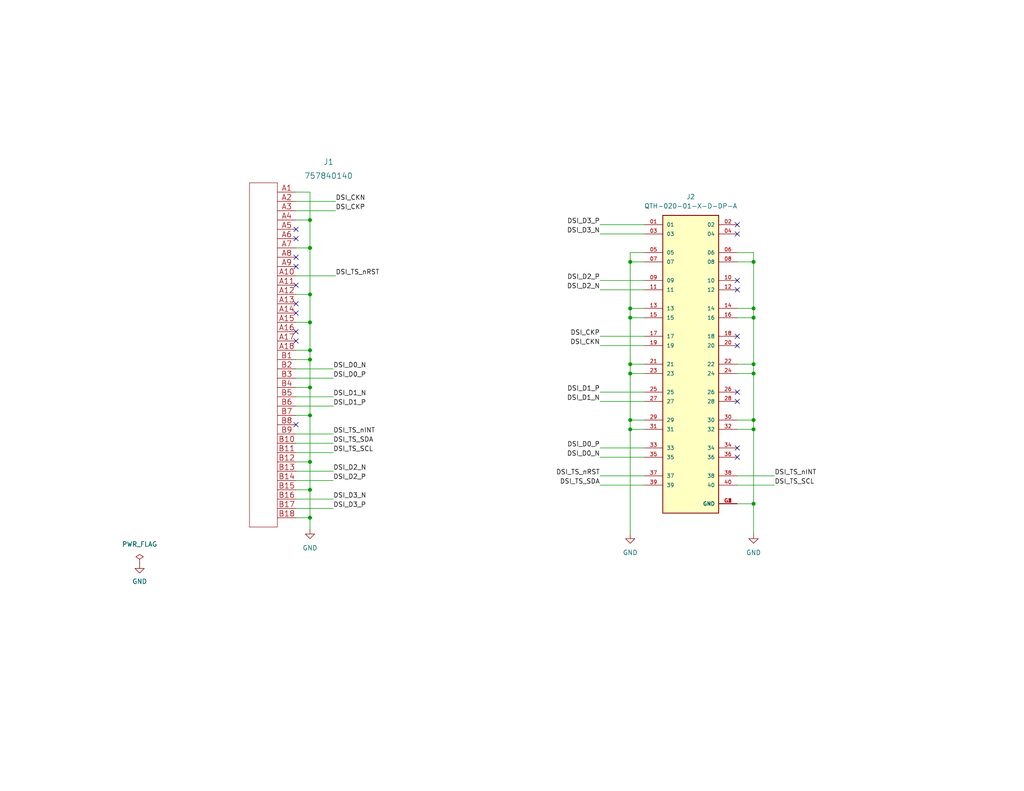
<source format=kicad_sch>
(kicad_sch (version 20211123) (generator eeschema)
  (paper "A")
  (lib_symbols
    (symbol "Molex_757840140:757840140" (pin_names (offset 0.254) hide)
      (property "Reference" "J1" (at -8.89 8.255 0))
      (property "Value" "757840140" (at -8.89 4.445 0))
      (symbol "757840140_1_1"
        (polyline (pts (xy 5.08 -91.44) (xy 12.7 -91.44)) (stroke (width 0.127)))
        (polyline (pts (xy 5.08 2.54) (xy 5.08 -91.44)) (stroke (width 0.127)))
        (polyline (pts (xy 12.7 -91.44) (xy 12.7 2.54)) (stroke (width 0.127)))
        (polyline (pts (xy 12.7 2.54) (xy 5.08 2.54)) (stroke (width 0.127)))
        (pin passive line (at 0 0 0) (length 5.08) (name "A1") (number "A1"))
        (pin passive line (at 0 -22.86 0) (length 5.08) (name "A10") (number "A10"))
        (pin passive line (at 0 -25.4 0) (length 5.08) (name "A11") (number "A11"))
        (pin passive line (at 0 -27.94 0) (length 5.08) (name "A12") (number "A12"))
        (pin passive line (at 0 -30.48 0) (length 5.08) (name "A13") (number "A13"))
        (pin passive line (at 0 -33.02 0) (length 5.08) (name "A14") (number "A14"))
        (pin passive line (at 0 -35.56 0) (length 5.08) (name "A15") (number "A15"))
        (pin passive line (at 0 -38.1 0) (length 5.08) (name "A16") (number "A16"))
        (pin passive line (at 0 -40.64 0) (length 5.08) (name "A17") (number "A17"))
        (pin passive line (at 0 -43.18 0) (length 5.08) (name "A18") (number "A18"))
        (pin passive line (at 0 -2.54 0) (length 5.08) (name "A2") (number "A2"))
        (pin passive line (at 0 -5.08 0) (length 5.08) (name "A3") (number "A3"))
        (pin passive line (at 0 -7.62 0) (length 5.08) (name "A4") (number "A4"))
        (pin passive line (at 0 -10.16 0) (length 5.08) (name "A5") (number "A5"))
        (pin passive line (at 0 -12.7 0) (length 5.08) (name "A6") (number "A6"))
        (pin passive line (at 0 -15.24 0) (length 5.08) (name "A7") (number "A7"))
        (pin passive line (at 0 -17.78 0) (length 5.08) (name "A8") (number "A8"))
        (pin passive line (at 0 -20.32 0) (length 5.08) (name "A9") (number "A9"))
        (pin passive line (at 0 -45.72 0) (length 5.08) (name "B1") (number "B1"))
        (pin passive line (at 0 -68.58 0) (length 5.08) (name "B10") (number "B10"))
        (pin passive line (at 0 -71.12 0) (length 5.08) (name "B11") (number "B11"))
        (pin passive line (at 0 -73.66 0) (length 5.08) (name "B12") (number "B12"))
        (pin passive line (at 0 -76.2 0) (length 5.08) (name "B13") (number "B13"))
        (pin passive line (at 0 -78.74 0) (length 5.08) (name "B14") (number "B14"))
        (pin passive line (at 0 -81.28 0) (length 5.08) (name "B15") (number "B15"))
        (pin passive line (at 0 -83.82 0) (length 5.08) (name "B16") (number "B16"))
        (pin passive line (at 0 -86.36 0) (length 5.08) (name "B17") (number "B17"))
        (pin passive line (at 0 -88.9 0) (length 5.08) (name "B18") (number "B18"))
        (pin passive line (at 0 -48.26 0) (length 5.08) (name "B2") (number "B2"))
        (pin passive line (at 0 -50.8 0) (length 5.08) (name "B3") (number "B3"))
        (pin passive line (at 0 -53.34 0) (length 5.08) (name "B4") (number "B4"))
        (pin passive line (at 0 -55.88 0) (length 5.08) (name "B5") (number "B5"))
        (pin passive line (at 0 -58.42 0) (length 5.08) (name "B6") (number "B6"))
        (pin passive line (at 0 -60.96 0) (length 5.08) (name "B7") (number "B7"))
        (pin passive line (at 0 -63.5 0) (length 5.08) (name "B8") (number "B8"))
        (pin passive line (at 0 -66.04 0) (length 5.08) (name "B9") (number "B9"))
      )
    )
    (symbol "QTH-020-01-X-D-DP-A:QTH-020-01-X-D-DP-A" (pin_names (offset 1.016))
      (property "Reference" "J" (at -7.62 41.402 0))
      (property "Value" "QTH-020-01-X-D-DP-A" (at -7.62 -41.402 0))
      (symbol "QTH-020-01-X-D-DP-A_0_0"
        (rectangle (start -7.62 -40.64) (end 7.62 40.64) (stroke (width 0.254)) (fill (type background)))
        (pin passive line (at -12.7 38.1 0) (length 5.08) (name "01") (number "01"))
        (pin passive line (at 12.7 38.1 180) (length 5.08) (name "02") (number "02"))
        (pin passive line (at -12.7 35.56 0) (length 5.08) (name "03") (number "03"))
        (pin passive line (at 12.7 35.56 180) (length 5.08) (name "04") (number "04"))
        (pin passive line (at -12.7 30.48 0) (length 5.08) (name "05") (number "05"))
        (pin passive line (at 12.7 30.48 180) (length 5.08) (name "06") (number "06"))
        (pin passive line (at -12.7 27.94 0) (length 5.08) (name "07") (number "07"))
        (pin passive line (at 12.7 27.94 180) (length 5.08) (name "08") (number "08"))
        (pin passive line (at -12.7 22.86 0) (length 5.08) (name "09") (number "09"))
        (pin passive line (at 12.7 22.86 180) (length 5.08) (name "10") (number "10"))
        (pin passive line (at -12.7 20.32 0) (length 5.08) (name "11") (number "11"))
        (pin passive line (at 12.7 20.32 180) (length 5.08) (name "12") (number "12"))
        (pin passive line (at -12.7 15.24 0) (length 5.08) (name "13") (number "13"))
        (pin passive line (at 12.7 15.24 180) (length 5.08) (name "14") (number "14"))
        (pin passive line (at -12.7 12.7 0) (length 5.08) (name "15") (number "15"))
        (pin passive line (at 12.7 12.7 180) (length 5.08) (name "16") (number "16"))
        (pin passive line (at -12.7 7.62 0) (length 5.08) (name "17") (number "17"))
        (pin passive line (at 12.7 7.62 180) (length 5.08) (name "18") (number "18"))
        (pin passive line (at -12.7 5.08 0) (length 5.08) (name "19") (number "19"))
        (pin passive line (at 12.7 5.08 180) (length 5.08) (name "20") (number "20"))
        (pin passive line (at -12.7 0 0) (length 5.08) (name "21") (number "21"))
        (pin passive line (at 12.7 0 180) (length 5.08) (name "22") (number "22"))
        (pin passive line (at -12.7 -2.54 0) (length 5.08) (name "23") (number "23"))
        (pin passive line (at 12.7 -2.54 180) (length 5.08) (name "24") (number "24"))
        (pin passive line (at -12.7 -7.62 0) (length 5.08) (name "25") (number "25"))
        (pin passive line (at 12.7 -7.62 180) (length 5.08) (name "26") (number "26"))
        (pin passive line (at -12.7 -10.16 0) (length 5.08) (name "27") (number "27"))
        (pin passive line (at 12.7 -10.16 180) (length 5.08) (name "28") (number "28"))
        (pin passive line (at -12.7 -15.24 0) (length 5.08) (name "29") (number "29"))
        (pin passive line (at 12.7 -15.24 180) (length 5.08) (name "30") (number "30"))
        (pin passive line (at -12.7 -17.78 0) (length 5.08) (name "31") (number "31"))
        (pin passive line (at 12.7 -17.78 180) (length 5.08) (name "32") (number "32"))
        (pin passive line (at -12.7 -22.86 0) (length 5.08) (name "33") (number "33"))
        (pin passive line (at 12.7 -22.86 180) (length 5.08) (name "34") (number "34"))
        (pin passive line (at -12.7 -25.4 0) (length 5.08) (name "35") (number "35"))
        (pin passive line (at 12.7 -25.4 180) (length 5.08) (name "36") (number "36"))
        (pin passive line (at -12.7 -30.48 0) (length 5.08) (name "37") (number "37"))
        (pin passive line (at 12.7 -30.48 180) (length 5.08) (name "38") (number "38"))
        (pin passive line (at -12.7 -33.02 0) (length 5.08) (name "39") (number "39"))
        (pin passive line (at 12.7 -33.02 180) (length 5.08) (name "40") (number "40"))
        (pin power_in line (at 12.7 -38.1 180) (length 5.08) (name "GND") (number "G1"))
        (pin power_in line (at 12.7 -38.1 180) (length 5.08) (name "GND") (number "G2"))
        (pin power_in line (at 12.7 -38.1 180) (length 5.08) (name "GND") (number "G3"))
        (pin power_in line (at 12.7 -38.1 180) (length 5.08) (name "GND") (number "G4"))
      )
    )
    (symbol "power:GND" (power) (pin_names (offset 0))
      (property "Value" "GND" (at 0 -3.81 0))
      (symbol "GND_0_1"
        (polyline (pts (xy 0 0) (xy 0 -1.27) (xy 1.27 -1.27) (xy 0 -2.54) (xy -1.27 -1.27) (xy 0 -1.27)))
      )
      (symbol "GND_1_1"
        (pin power_in line (at 0 0 270) (length 0) hide (name "GND") (number "1"))
      )
    )
    (symbol "power:PWR_FLAG" (power) (pin_numbers hide) (pin_names (offset 0) hide)
      (property "Value" "PWR_FLAG" (at 0 3.81 0))
      (symbol "PWR_FLAG_0_0"
        (pin power_out line (at 0 0 90) (length 0) (name "pwr") (number "1"))
      )
      (symbol "PWR_FLAG_0_1"
        (polyline (pts (xy 0 0) (xy 0 1.27) (xy -1.016 1.905) (xy 0 2.54) (xy 1.016 1.905) (xy 0 1.27)))
      )
    )
  )
  (junction (at 205.613 99.441))
  (junction (at 84.582 88.011))
  (junction (at 171.958 99.441))
  (junction (at 171.958 114.681))
  (junction (at 84.582 95.631))
  (junction (at 205.613 101.981))
  (junction (at 84.582 98.171))
  (junction (at 205.613 114.681))
  (junction (at 205.613 137.541))
  (junction (at 171.958 101.981))
  (junction (at 205.613 86.741))
  (junction (at 171.958 86.741))
  (junction (at 84.582 105.791))
  (junction (at 171.958 71.501))
  (junction (at 171.958 84.201))
  (junction (at 84.582 60.071))
  (junction (at 171.958 117.221))
  (junction (at 84.582 67.691))
  (junction (at 84.582 80.391))
  (junction (at 84.582 126.111))
  (junction (at 84.582 141.351))
  (junction (at 84.582 133.731))
  (junction (at 84.582 113.411))
  (junction (at 205.613 71.501))
  (junction (at 205.613 117.221))
  (junction (at 205.613 84.201))
  (no_connect (at 80.772 70.231))
  (no_connect (at 80.772 72.771))
  (no_connect (at 80.772 65.151))
  (no_connect (at 80.772 62.611))
  (no_connect (at 201.168 124.841))
  (no_connect (at 80.772 85.471))
  (no_connect (at 80.772 82.931))
  (no_connect (at 80.772 90.551))
  (no_connect (at 80.772 93.091))
  (no_connect (at 80.772 77.851))
  (no_connect (at 201.168 79.121))
  (no_connect (at 201.168 76.581))
  (no_connect (at 201.168 61.341))
  (no_connect (at 201.168 63.881))
  (no_connect (at 201.168 107.061))
  (no_connect (at 201.168 109.601))
  (no_connect (at 201.168 94.361))
  (no_connect (at 201.168 91.821))
  (no_connect (at 201.168 122.301))
  (no_connect (at 80.772 115.951))
  (wire (pts (xy 171.958 114.681) (xy 171.958 117.221)))
  (wire (pts (xy 80.772 128.651) (xy 90.932 128.651)))
  (wire (pts (xy 80.772 54.991) (xy 91.567 54.991)))
  (wire (pts (xy 80.772 121.031) (xy 90.932 121.031)))
  (wire (pts (xy 205.613 71.501) (xy 205.613 68.961)))
  (wire (pts (xy 84.582 141.351) (xy 84.582 144.526)))
  (wire (pts (xy 80.772 88.011) (xy 84.582 88.011)))
  (wire (pts (xy 163.703 124.841) (xy 175.768 124.841)))
  (wire (pts (xy 201.168 86.741) (xy 205.613 86.741)))
  (wire (pts (xy 171.958 101.981) (xy 175.768 101.981)))
  (wire (pts (xy 201.168 99.441) (xy 205.613 99.441)))
  (wire (pts (xy 84.582 95.631) (xy 84.582 88.011)))
  (wire (pts (xy 171.958 99.441) (xy 171.958 101.981)))
  (wire (pts (xy 80.772 131.191) (xy 90.932 131.191)))
  (wire (pts (xy 205.613 145.796) (xy 205.613 137.541)))
  (wire (pts (xy 201.168 101.981) (xy 205.613 101.981)))
  (wire (pts (xy 175.768 68.961) (xy 171.958 68.961)))
  (wire (pts (xy 201.168 117.221) (xy 205.613 117.221)))
  (wire (pts (xy 80.772 60.071) (xy 84.582 60.071)))
  (wire (pts (xy 84.582 67.691) (xy 84.582 60.071)))
  (wire (pts (xy 171.958 117.221) (xy 171.958 145.796)))
  (wire (pts (xy 175.768 71.501) (xy 171.958 71.501)))
  (wire (pts (xy 163.703 107.061) (xy 175.768 107.061)))
  (wire (pts (xy 205.613 86.741) (xy 205.613 99.441)))
  (wire (pts (xy 201.168 84.201) (xy 205.613 84.201)))
  (wire (pts (xy 84.582 133.731) (xy 84.582 141.351)))
  (wire (pts (xy 84.582 126.111) (xy 84.582 133.731)))
  (wire (pts (xy 163.703 91.821) (xy 175.768 91.821)))
  (wire (pts (xy 80.772 123.571) (xy 90.932 123.571)))
  (wire (pts (xy 163.703 94.361) (xy 175.768 94.361)))
  (wire (pts (xy 80.772 110.871) (xy 90.932 110.871)))
  (wire (pts (xy 80.772 108.331) (xy 90.932 108.331)))
  (wire (pts (xy 80.772 100.711) (xy 90.932 100.711)))
  (wire (pts (xy 80.772 95.631) (xy 84.582 95.631)))
  (wire (pts (xy 163.703 109.601) (xy 175.768 109.601)))
  (wire (pts (xy 84.582 80.391) (xy 84.582 67.691)))
  (wire (pts (xy 171.958 71.501) (xy 171.958 84.201)))
  (wire (pts (xy 171.958 101.981) (xy 171.958 114.681)))
  (wire (pts (xy 80.772 80.391) (xy 84.582 80.391)))
  (wire (pts (xy 80.772 126.111) (xy 84.582 126.111)))
  (wire (pts (xy 80.772 57.531) (xy 91.567 57.531)))
  (wire (pts (xy 84.582 88.011) (xy 84.582 80.391)))
  (wire (pts (xy 80.772 67.691) (xy 84.582 67.691)))
  (wire (pts (xy 84.582 52.451) (xy 80.772 52.451)))
  (wire (pts (xy 205.613 84.201) (xy 205.613 86.741)))
  (wire (pts (xy 201.168 114.681) (xy 205.613 114.681)))
  (wire (pts (xy 163.703 79.121) (xy 175.768 79.121)))
  (wire (pts (xy 80.772 141.351) (xy 84.582 141.351)))
  (wire (pts (xy 201.168 129.921) (xy 211.328 129.921)))
  (wire (pts (xy 84.582 113.411) (xy 84.582 126.111)))
  (wire (pts (xy 205.613 99.441) (xy 205.613 101.981)))
  (wire (pts (xy 80.772 113.411) (xy 84.582 113.411)))
  (wire (pts (xy 163.703 63.881) (xy 175.768 63.881)))
  (wire (pts (xy 205.613 101.981) (xy 205.613 114.681)))
  (wire (pts (xy 171.958 117.221) (xy 175.768 117.221)))
  (wire (pts (xy 205.613 68.961) (xy 201.168 68.961)))
  (wire (pts (xy 84.582 60.071) (xy 84.582 52.451)))
  (wire (pts (xy 163.703 61.341) (xy 175.768 61.341)))
  (wire (pts (xy 171.958 114.681) (xy 175.768 114.681)))
  (wire (pts (xy 84.582 105.791) (xy 84.582 113.411)))
  (wire (pts (xy 80.772 136.271) (xy 90.932 136.271)))
  (wire (pts (xy 80.772 105.791) (xy 84.582 105.791)))
  (wire (pts (xy 205.613 117.221) (xy 205.613 137.541)))
  (wire (pts (xy 171.958 68.961) (xy 171.958 71.501)))
  (wire (pts (xy 80.772 75.311) (xy 91.567 75.311)))
  (wire (pts (xy 201.168 71.501) (xy 205.613 71.501)))
  (wire (pts (xy 80.772 98.171) (xy 84.582 98.171)))
  (wire (pts (xy 80.772 118.491) (xy 90.932 118.491)))
  (wire (pts (xy 171.958 84.201) (xy 175.768 84.201)))
  (wire (pts (xy 163.703 122.301) (xy 175.768 122.301)))
  (wire (pts (xy 80.772 138.811) (xy 90.932 138.811)))
  (wire (pts (xy 163.703 129.921) (xy 175.768 129.921)))
  (wire (pts (xy 80.772 103.251) (xy 90.932 103.251)))
  (wire (pts (xy 171.958 84.201) (xy 171.958 86.741)))
  (wire (pts (xy 84.582 98.171) (xy 84.582 105.791)))
  (wire (pts (xy 201.168 132.461) (xy 211.328 132.461)))
  (wire (pts (xy 205.613 84.201) (xy 205.613 71.501)))
  (wire (pts (xy 80.772 133.731) (xy 84.582 133.731)))
  (wire (pts (xy 163.703 76.581) (xy 175.768 76.581)))
  (wire (pts (xy 171.958 86.741) (xy 175.768 86.741)))
  (wire (pts (xy 171.958 99.441) (xy 175.768 99.441)))
  (wire (pts (xy 84.582 95.631) (xy 84.582 98.171)))
  (wire (pts (xy 163.703 132.461) (xy 175.768 132.461)))
  (wire (pts (xy 171.958 86.741) (xy 171.958 99.441)))
  (wire (pts (xy 205.613 114.681) (xy 205.613 117.221)))
  (wire (pts (xy 205.613 137.541) (xy 201.168 137.541)))
  (label "DSI_D0_N" (at 90.932 100.711 0))
  (label "DSI_D2_N" (at 163.703 79.121 180))
  (label "DSI_D2_N" (at 90.932 128.651 0))
  (label "DSI_D3_N" (at 163.703 63.881 180))
  (label "DSI_TS_SDA" (at 90.932 121.031 0))
  (label "DSI_TS_SCL" (at 90.932 123.571 0))
  (label "DSI_D2_P" (at 163.703 76.581 180))
  (label "DSI_D1_N" (at 90.932 108.331 0))
  (label "DSI_D1_P" (at 163.703 107.061 180))
  (label "DSI_CKN" (at 163.703 94.361 180))
  (label "DSI_D3_N" (at 90.932 136.271 0))
  (label "DSI_D1_P" (at 90.932 110.871 0))
  (label "DSI_D0_P" (at 163.703 122.301 180))
  (label "DSI_D1_N" (at 163.703 109.601 180))
  (label "DSI_TS_nINT" (at 211.328 129.921 0))
  (label "DSI_D0_P" (at 90.932 103.251 0))
  (label "DSI_D2_P" (at 90.932 131.191 0))
  (label "DSI_CKP" (at 163.703 91.821 180))
  (label "DSI_TS_SDA" (at 163.703 132.461 180))
  (label "DSI_CKN" (at 91.567 54.991 0))
  (label "DSI_TS_SCL" (at 211.328 132.461 0))
  (label "DSI_D3_P" (at 90.932 138.811 0))
  (label "DSI_TS_nRST" (at 163.703 129.921 180))
  (label "DSI_D0_N" (at 163.703 124.841 180))
  (label "DSI_TS_nINT" (at 90.932 118.491 0))
  (label "DSI_D3_P" (at 163.703 61.341 180))
  (label "DSI_CKP" (at 91.567 57.531 0))
  (label "DSI_TS_nRST" (at 91.567 75.311 0))
  (symbol (lib_id "power:GND") (at 205.613 145.796 0) (unit 1)
    (property "Reference" "#PWR02" (effects hide))
    (property "Value" "GND" (at 205.613 150.876 0))
  )
  (symbol (lib_id "power:GND") (at 84.582 144.526 0) (unit 1)
    (property "Reference" "#PWR0101" (effects hide))
    (property "Value" "GND" (at 84.582 149.606 0))
  )
  (symbol (lib_id "power:PWR_FLAG") (at 38.1 153.924 0) (unit 1)
    (property "Reference" "#FLG0101" (effects hide))
    (property "Value" "PWR_FLAG" (at 38.1 148.59 0))
  )
  (symbol (lib_id "power:GND") (at 171.958 145.796 0) (unit 1)
    (property "Reference" "#PWR01" (effects hide))
    (property "Value" "GND" (at 171.958 150.876 0))
  )
  (symbol (lib_id "power:GND") (at 38.1 153.924 0) (unit 1)
    (property "Reference" "#PWR0102" (effects hide))
    (property "Value" "GND" (at 38.1 158.75 0))
  )
  (symbol (lib_id "QTH-020-01-X-D-DP-A:QTH-020-01-X-D-DP-A") (at 188.468 99.441 0) (unit 1)
    (property "Reference" "J2" (at 188.468 53.721 0))
    (property "Value" "QTH-020-01-X-D-DP-A" (at 188.468 56.261 0))
    (property "Footprint" "QTH-020-01-X-D-DP-A:SAMTEC_QTH-020-01-X-D-DP-A" (effects hide))
    (property "STANDARD" "Manufacturer Recommendations" (effects hide))
    (property "MAXIMUM_PACKAGE_HEIGHT" "4.347mm" (effects hide))
    (property "MANUFACTURER" "Samtec" (effects hide))
    (property "PARTREV" "L" (effects hide))
  )
  (symbol (lib_id "Molex_757840140:757840140") (at 80.772 52.451 0) (mirror y) (unit 1)
    (property "Reference" "J1" (at 89.662 44.196 0) (effects (font (size 1.524 1.524))))
    (property "Value" "757840140" (at 89.662 48.006 0) (effects (font (size 1.524 1.524))))
    (property "Footprint" "Molex_757840140:757840140" (effects hide))
  )
)
</source>
